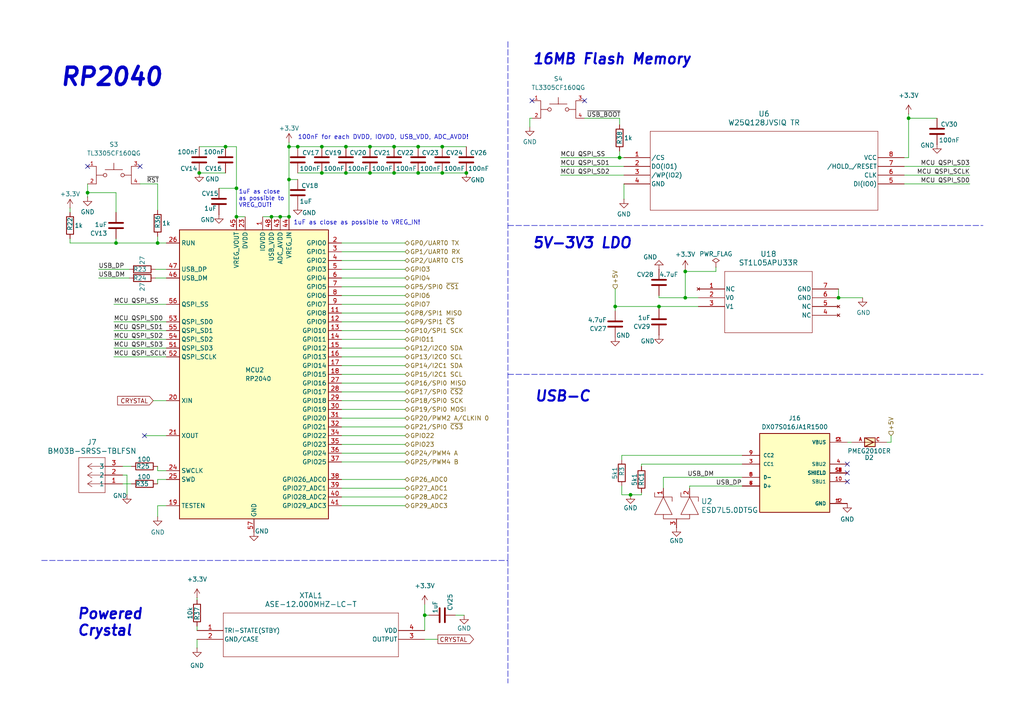
<source format=kicad_sch>
(kicad_sch (version 20231120) (generator "eeschema") (generator_version "8.0")
  (paper "A4")
  (title_block (title "RP2040 Standard") (company "Porto Space Team") (comment 1 "Miguel Amorim"))
  (lib_symbols
    (symbol "16MB Flash Memory:W25Q128JVSIQ_TR" (pin_names (offset 0.254))
      (property "Reference" "U" (at 40.64 12.7 0))
      (property "Value" "W25Q128JVSIQ TR" (at 40.64 10.16 0))
      (symbol "W25Q128JVSIQ_TR_0_1"
        (polyline (pts (xy 7.62 -15.24) (xy 73.66 -15.24)) (stroke (width 0.127)))
        (polyline (pts (xy 7.62 7.62) (xy 7.62 -15.24)) (stroke (width 0.127)))
        (polyline (pts (xy 73.66 -15.24) (xy 73.66 7.62)) (stroke (width 0.127)))
        (polyline (pts (xy 73.66 7.62) (xy 7.62 7.62)) (stroke (width 0.127)))
        (pin input line (at 0 0 0) (length 7.62) (name "/CS") (number "1"))
        (pin bidirectional line (at 0 -2.54 0) (length 7.62) (name "DO(IO1)") (number "2"))
        (pin bidirectional line (at 0 -5.08 0) (length 7.62) (name "/WP(IO2)") (number "3"))
        (pin passive line (at 0 -7.62 0) (length 7.62) (name "GND") (number "4"))
        (pin bidirectional line (at 81.28 -7.62 180) (length 7.62) (name "DI(IO0)") (number "5"))
        (pin input line (at 81.28 -5.08 180) (length 7.62) (name "CLK") (number "6"))
        (pin bidirectional line (at 81.28 -2.54 180) (length 7.62) (name "/HOLD_/RESET") (number "7"))
        (pin passive line (at 81.28 0 180) (length 7.62) (name "VCC") (number "8"))
      )
    )
    (symbol "DX07S016JA1R1500:DX07S016JA1R1500" (pin_names (offset 1.016))
      (property "Reference" "J" (at -10.16 11.43 0))
      (property "Value" "DX07S016JA1R1500" (at -10.16 -13.97 0))
      (symbol "DX07S016JA1R1500_0_0"
        (rectangle (start -10.16 10.16) (end 10.16 -12.7) (stroke (width 0.254)) (fill (type background)))
        (pin power_in line (at 15.24 -10.16 180) (length 5.08) (name "GND") (number "1"))
        (pin passive line (at 15.24 -3.81 180) (length 5.08) (name "SBU1") (number "10"))
        (pin passive line (at 15.24 7.62 180) (length 5.08) (name "VBUS") (number "11"))
        (pin power_in line (at 15.24 -10.16 180) (length 5.08) (name "GND") (number "12"))
        (pin passive line (at 15.24 7.62 180) (length 5.08) (name "VBUS") (number "2"))
        (pin passive line (at -15.24 1.27 0) (length 5.08) (name "CC1") (number "3"))
        (pin passive line (at 15.24 1.27 180) (length 5.08) (name "SBU2") (number "4"))
        (pin passive line (at -15.24 -2.54 0) (length 5.08) (name "D-") (number "5"))
        (pin passive line (at -15.24 -5.08 0) (length 5.08) (name "D+") (number "6"))
        (pin passive line (at -15.24 -5.08 0) (length 5.08) (name "D+") (number "7"))
        (pin passive line (at -15.24 -2.54 0) (length 5.08) (name "D-") (number "8"))
        (pin passive line (at -15.24 3.81 0) (length 5.08) (name "CC2") (number "9"))
        (pin passive line (at 15.24 -1.27 180) (length 5.08) (name "SHIELD") (number "S1"))
        (pin passive line (at 15.24 -1.27 180) (length 5.08) (name "SHIELD") (number "S2"))
        (pin passive line (at 15.24 -1.27 180) (length 5.08) (name "SHIELD") (number "S3"))
        (pin passive line (at 15.24 -1.27 180) (length 5.08) (name "SHIELD") (number "S4"))
        (pin passive line (at 15.24 -1.27 180) (length 5.08) (name "SHIELD") (number "S5"))
        (pin passive line (at 15.24 -1.27 180) (length 5.08) (name "SHIELD") (number "S6"))
      )
    )
    (symbol "Device:C" (pin_numbers hide) (pin_names (offset 0.254))
      (property "Reference" "C" (at 0.635 2.54 0))
      (property "Value" "C" (at 0.635 -2.54 0))
      (symbol "C_0_1"
        (polyline (pts (xy -2.032 -0.762) (xy 2.032 -0.762)) (stroke (width 0.508)))
        (polyline (pts (xy -2.032 0.762) (xy 2.032 0.762)) (stroke (width 0.508)))
      )
      (symbol "C_1_1"
        (pin passive line (at 0 3.81 270) (length 2.794) (name "~") (number "1"))
        (pin passive line (at 0 -3.81 90) (length 2.794) (name "~") (number "2"))
      )
    )
    (symbol "Device:R" (pin_numbers hide) (pin_names (offset 0))
      (property "Reference" "R" (at 2.032 0 90))
      (property "Value" "R" (at 0 0 90))
      (symbol "R_0_1"
        (rectangle (start -1.016 -2.54) (end 1.016 2.54) (stroke (width 0.254)))
      )
      (symbol "R_1_1"
        (pin passive line (at 0 3.81 270) (length 1.27) (name "~") (number "1"))
        (pin passive line (at 0 -3.81 90) (length 1.27) (name "~") (number "2"))
      )
    )
    (symbol "ESD Diodes:ESD7L5.0DT5G" (pin_names (offset 0.254))
      (property "Reference" "U" (at 6.35 15.24 0))
      (property "Value" "ESD7L5.0DT5G" (at 6.35 12.7 0))
      (symbol "ESD7L5.0DT5G_1_1"
        (polyline (pts (xy 2.54 8.89) (xy 0 8.89) (xy 0 10.16)))
        (polyline (pts (xy 2.54 8.89) (xy 5.08 8.89) (xy 5.08 7.62)))
        (polyline (pts (xy 10.16 8.89) (xy 7.62 8.89) (xy 7.62 10.16)))
        (polyline (pts (xy 10.16 8.89) (xy 12.7 8.89) (xy 12.7 7.62)))
        (polyline (pts (xy 2.54 3.81) (xy 2.54 2.54) (xy 10.16 2.54) (xy 10.16 3.81)))
        (polyline (pts (xy 5.08 3.81) (xy 0 3.81) (xy 2.54 8.89) (xy 5.08 3.81)))
        (polyline (pts (xy 12.7 3.81) (xy 7.62 3.81) (xy 10.16 8.89) (xy 12.7 3.81)))
        (pin passive line (at 2.54 11.43 270) (length 2.54) (name "") (number "1"))
        (pin passive line (at 10.16 11.43 270) (length 2.54) (name "") (number "2"))
        (pin passive line (at 6.35 0 90) (length 2.54) (name "") (number "3"))
      )
    )
    (symbol "LDO 5V 3V3:ST1L05APU33R" (pin_names (offset 0.254))
      (property "Reference" "U" (at 20.32 10.16 0))
      (property "Value" "ST1L05APU33R" (at 20.32 7.62 0))
      (symbol "ST1L05APU33R_0_1"
        (polyline (pts (xy 7.62 -12.7) (xy 33.02 -12.7)) (stroke (width 0.127)))
        (polyline (pts (xy 7.62 5.08) (xy 7.62 -12.7)) (stroke (width 0.127)))
        (polyline (pts (xy 33.02 -12.7) (xy 33.02 5.08)) (stroke (width 0.127)))
        (polyline (pts (xy 33.02 5.08) (xy 7.62 5.08)) (stroke (width 0.127)))
        (pin no_connect line (at 0 0 0) (length 7.62) (name "NC") (number "1"))
        (pin passive line (at 0 -2.54 0) (length 7.62) (name "V0") (number "2"))
        (pin passive line (at 0 -5.08 0) (length 7.62) (name "V1") (number "3"))
        (pin no_connect line (at 40.64 -7.62 180) (length 7.62) (name "NC") (number "4"))
        (pin no_connect line (at 40.64 -5.08 180) (length 7.62) (name "NC") (number "5"))
        (pin passive line (at 40.64 -2.54 180) (length 7.62) (name "GND") (number "6"))
        (pin passive line (at 40.64 0 180) (length 7.62) (name "GND") (number "7"))
      )
    )
    (symbol "MCU_RaspberryPi:RP2040"
      (property "Reference" "U" (at 17.78 45.72 0))
      (property "Value" "RP2040" (at 17.78 43.18 0))
      (symbol "RP2040_0_1"
        (rectangle (start -21.59 41.91) (end 21.59 -41.91) (stroke (width 0.254)) (fill (type background)))
      )
      (symbol "RP2040_1_1"
        (pin power_in line (at 2.54 45.72 270) (length 3.81) (name "IOVDD") (number "1"))
        (pin passive line (at 2.54 45.72 270) (length 3.81) hide (name "IOVDD") (number "10"))
        (pin bidirectional line (at 25.4 17.78 180) (length 3.81) (name "GPIO8") (number "11"))
        (pin bidirectional line (at 25.4 15.24 180) (length 3.81) (name "GPIO9") (number "12"))
        (pin bidirectional line (at 25.4 12.7 180) (length 3.81) (name "GPIO10") (number "13"))
        (pin bidirectional line (at 25.4 10.16 180) (length 3.81) (name "GPIO11") (number "14"))
        (pin bidirectional line (at 25.4 7.62 180) (length 3.81) (name "GPIO12") (number "15"))
        (pin bidirectional line (at 25.4 5.08 180) (length 3.81) (name "GPIO13") (number "16"))
        (pin bidirectional line (at 25.4 2.54 180) (length 3.81) (name "GPIO14") (number "17"))
        (pin bidirectional line (at 25.4 0 180) (length 3.81) (name "GPIO15") (number "18"))
        (pin input line (at -25.4 -38.1 0) (length 3.81) (name "TESTEN") (number "19"))
        (pin bidirectional line (at 25.4 38.1 180) (length 3.81) (name "GPIO0") (number "2"))
        (pin input line (at -25.4 -7.62 0) (length 3.81) (name "XIN") (number "20"))
        (pin passive line (at -25.4 -17.78 0) (length 3.81) (name "XOUT") (number "21"))
        (pin passive line (at 2.54 45.72 270) (length 3.81) hide (name "IOVDD") (number "22"))
        (pin power_in line (at -2.54 45.72 270) (length 3.81) (name "DVDD") (number "23"))
        (pin input line (at -25.4 -27.94 0) (length 3.81) (name "SWCLK") (number "24"))
        (pin bidirectional line (at -25.4 -30.48 0) (length 3.81) (name "SWD") (number "25"))
        (pin input line (at -25.4 38.1 0) (length 3.81) (name "RUN") (number "26"))
        (pin bidirectional line (at 25.4 -2.54 180) (length 3.81) (name "GPIO16") (number "27"))
        (pin bidirectional line (at 25.4 -5.08 180) (length 3.81) (name "GPIO17") (number "28"))
        (pin bidirectional line (at 25.4 -7.62 180) (length 3.81) (name "GPIO18") (number "29"))
        (pin bidirectional line (at 25.4 35.56 180) (length 3.81) (name "GPIO1") (number "3"))
        (pin bidirectional line (at 25.4 -10.16 180) (length 3.81) (name "GPIO19") (number "30"))
        (pin bidirectional line (at 25.4 -12.7 180) (length 3.81) (name "GPIO20") (number "31"))
        (pin bidirectional line (at 25.4 -15.24 180) (length 3.81) (name "GPIO21") (number "32"))
        (pin passive line (at 2.54 45.72 270) (length 3.81) hide (name "IOVDD") (number "33"))
        (pin bidirectional line (at 25.4 -17.78 180) (length 3.81) (name "GPIO22") (number "34"))
        (pin bidirectional line (at 25.4 -20.32 180) (length 3.81) (name "GPIO23") (number "35"))
        (pin bidirectional line (at 25.4 -22.86 180) (length 3.81) (name "GPIO24") (number "36"))
        (pin bidirectional line (at 25.4 -25.4 180) (length 3.81) (name "GPIO25") (number "37"))
        (pin bidirectional line (at 25.4 -30.48 180) (length 3.81) (name "GPIO26_ADC0") (number "38"))
        (pin bidirectional line (at 25.4 -33.02 180) (length 3.81) (name "GPIO27_ADC1") (number "39"))
        (pin bidirectional line (at 25.4 33.02 180) (length 3.81) (name "GPIO2") (number "4"))
        (pin bidirectional line (at 25.4 -35.56 180) (length 3.81) (name "GPIO28_ADC2") (number "40"))
        (pin bidirectional line (at 25.4 -38.1 180) (length 3.81) (name "GPIO29_ADC3") (number "41"))
        (pin passive line (at 2.54 45.72 270) (length 3.81) hide (name "IOVDD") (number "42"))
        (pin power_in line (at 7.62 45.72 270) (length 3.81) (name "ADC_AVDD") (number "43"))
        (pin power_in line (at 10.16 45.72 270) (length 3.81) (name "VREG_IN") (number "44"))
        (pin power_out line (at -5.08 45.72 270) (length 3.81) (name "VREG_VOUT") (number "45"))
        (pin bidirectional line (at -25.4 27.94 0) (length 3.81) (name "USB_DM") (number "46"))
        (pin bidirectional line (at -25.4 30.48 0) (length 3.81) (name "USB_DP") (number "47"))
        (pin power_in line (at 5.08 45.72 270) (length 3.81) (name "USB_VDD") (number "48"))
        (pin passive line (at 2.54 45.72 270) (length 3.81) hide (name "IOVDD") (number "49"))
        (pin bidirectional line (at 25.4 30.48 180) (length 3.81) (name "GPIO3") (number "5"))
        (pin passive line (at -2.54 45.72 270) (length 3.81) hide (name "DVDD") (number "50"))
        (pin bidirectional line (at -25.4 7.62 0) (length 3.81) (name "QSPI_SD3") (number "51"))
        (pin output line (at -25.4 5.08 0) (length 3.81) (name "QSPI_SCLK") (number "52"))
        (pin bidirectional line (at -25.4 15.24 0) (length 3.81) (name "QSPI_SD0") (number "53"))
        (pin bidirectional line (at -25.4 10.16 0) (length 3.81) (name "QSPI_SD2") (number "54"))
        (pin bidirectional line (at -25.4 12.7 0) (length 3.81) (name "QSPI_SD1") (number "55"))
        (pin bidirectional line (at -25.4 20.32 0) (length 3.81) (name "QSPI_SS") (number "56"))
        (pin power_in line (at 0 -45.72 90) (length 3.81) (name "GND") (number "57"))
        (pin bidirectional line (at 25.4 27.94 180) (length 3.81) (name "GPIO4") (number "6"))
        (pin bidirectional line (at 25.4 25.4 180) (length 3.81) (name "GPIO5") (number "7"))
        (pin bidirectional line (at 25.4 22.86 180) (length 3.81) (name "GPIO6") (number "8"))
        (pin bidirectional line (at 25.4 20.32 180) (length 3.81) (name "GPIO7") (number "9"))
      )
    )
    (symbol "Powered Crystal:ASE-12.000MHZ-LC-T" (pin_names (offset 0.254))
      (property "Reference" "XTAL" (at 33.02 10.16 0))
      (property "Value" "ASE-12.000MHZ-LC-T" (at 33.02 7.62 0))
      (symbol "ASE-12.000MHZ-LC-T_0_1"
        (polyline (pts (xy 7.62 -7.62) (xy 58.42 -7.62)) (stroke (width 0.127)))
        (polyline (pts (xy 7.62 5.08) (xy 7.62 -7.62)) (stroke (width 0.127)))
        (polyline (pts (xy 58.42 -7.62) (xy 58.42 5.08)) (stroke (width 0.127)))
        (polyline (pts (xy 58.42 5.08) (xy 7.62 5.08)) (stroke (width 0.127)))
        (pin passive line (at 0 0 0) (length 7.62) (name "TRI-STATE(STBY)") (number "1"))
        (pin passive line (at 0 -2.54 0) (length 7.62) (name "GND/CASE") (number "2"))
        (pin output line (at 66.04 -2.54 180) (length 7.62) (name "OUTPUT") (number "3"))
        (pin power_in line (at 66.04 0 180) (length 7.62) (name "VDD") (number "4"))
      )
    )
    (symbol "SWD Connector:BM03B-SRSS-TBLFSN" (pin_names (offset 0.254))
      (property "Reference" "J" (at 8.89 6.35 0))
      (property "Value" "BM03B-SRSS-TBLFSN" (at 0 0 0))
      (symbol "BM03B-SRSS-TBLFSN_1_1"
        (polyline (pts (xy 5.08 -7.62) (xy 12.7 -7.62)) (stroke (width 0.127)))
        (polyline (pts (xy 5.08 2.54) (xy 5.08 -7.62)) (stroke (width 0.127)))
        (polyline (pts (xy 10.16 -5.08) (xy 5.08 -5.08)) (stroke (width 0.127)))
        (polyline (pts (xy 10.16 -5.08) (xy 8.89 -5.9267)) (stroke (width 0.127)))
        (polyline (pts (xy 10.16 -5.08) (xy 8.89 -4.2333)) (stroke (width 0.127)))
        (polyline (pts (xy 10.16 -2.54) (xy 5.08 -2.54)) (stroke (width 0.127)))
        (polyline (pts (xy 10.16 -2.54) (xy 8.89 -3.3867)) (stroke (width 0.127)))
        (polyline (pts (xy 10.16 -2.54) (xy 8.89 -1.6933)) (stroke (width 0.127)))
        (polyline (pts (xy 10.16 0) (xy 5.08 0)) (stroke (width 0.127)))
        (polyline (pts (xy 10.16 0) (xy 8.89 -0.8467)) (stroke (width 0.127)))
        (polyline (pts (xy 10.16 0) (xy 8.89 0.8467)) (stroke (width 0.127)))
        (polyline (pts (xy 12.7 -7.62) (xy 12.7 2.54)) (stroke (width 0.127)))
        (polyline (pts (xy 12.7 2.54) (xy 5.08 2.54)) (stroke (width 0.127)))
        (pin passive line (at 0 0 0) (length 5.08) (name "1") (number "1"))
        (pin passive line (at 0 -2.54 0) (length 5.08) (name "2") (number "2"))
        (pin passive line (at 0 -5.08 0) (length 5.08) (name "3") (number "3"))
      )
      (symbol "BM03B-SRSS-TBLFSN_1_2"
        (polyline (pts (xy 5.08 -7.62) (xy 12.7 -7.62)) (stroke (width 0.127)))
        (polyline (pts (xy 5.08 2.54) (xy 5.08 -7.62)) (stroke (width 0.127)))
        (polyline (pts (xy 7.62 -5.08) (xy 5.08 -5.08)) (stroke (width 0.127)))
        (polyline (pts (xy 7.62 -5.08) (xy 8.89 -5.9267)) (stroke (width 0.127)))
        (polyline (pts (xy 7.62 -5.08) (xy 8.89 -4.2333)) (stroke (width 0.127)))
        (polyline (pts (xy 7.62 -2.54) (xy 5.08 -2.54)) (stroke (width 0.127)))
        (polyline (pts (xy 7.62 -2.54) (xy 8.89 -3.3867)) (stroke (width 0.127)))
        (polyline (pts (xy 7.62 -2.54) (xy 8.89 -1.6933)) (stroke (width 0.127)))
        (polyline (pts (xy 7.62 0) (xy 5.08 0)) (stroke (width 0.127)))
        (polyline (pts (xy 7.62 0) (xy 8.89 -0.8467)) (stroke (width 0.127)))
        (polyline (pts (xy 7.62 0) (xy 8.89 0.8467)) (stroke (width 0.127)))
        (polyline (pts (xy 12.7 -7.62) (xy 12.7 2.54)) (stroke (width 0.127)))
        (polyline (pts (xy 12.7 2.54) (xy 5.08 2.54)) (stroke (width 0.127)))
        (pin passive line (at 0 0 0) (length 5.08) (name "1") (number "1"))
        (pin passive line (at 0 -2.54 0) (length 5.08) (name "2") (number "2"))
        (pin passive line (at 0 -5.08 0) (length 5.08) (name "3") (number "3"))
      )
    )
    (symbol "Schottky Diode:PMEG2010ER" (pin_names (offset 1.016))
      (property "Reference" "D" (at -3.8116 1.7534 0))
      (property "Value" "PMEG2010ER" (at -3.816 -3.5871 0))
      (symbol "PMEG2010ER_0_0"
        (rectangle (start -1.3123 -1.27) (end 1.7357 1.27) (stroke (width 0.254)) (fill (type background)))
        (polyline (pts (xy -1.27 -1.27) (xy 1.27 0)) (stroke (width 0.254)))
        (polyline (pts (xy 1.27 0) (xy -1.27 1.27)) (stroke (width 0.254)))
        (pin passive line (at -5.08 0 0) (length 5.08) (name "~") (number "A"))
        (pin passive line (at 5.08 0 180) (length 5.08) (name "~") (number "C"))
      )
    )
    (symbol "TL3305CF160QG:TL3305CF160QG" (pin_names (offset 1.016))
      (property "Reference" "S" (at -5.08 5.08 0))
      (property "Value" "TL3305CF160QG" (at -5.08 -5.08 0))
      (symbol "TL3305CF160QG_0_0"
        (circle (center -2.54 0) (radius 0.508) (stroke (width 0.1524)))
        (polyline (pts (xy -5.08 0) (xy -3.048 0)) (stroke (width 0.1524)))
        (polyline (pts (xy -5.08 2.54) (xy -5.08 -2.54)) (stroke (width 0.1524)))
        (polyline (pts (xy -2.54 1.5875) (xy 0 1.5875)) (stroke (width 0.1524)))
        (polyline (pts (xy 0 1.5875) (xy 0 3.4925)) (stroke (width 0.1524)))
        (polyline (pts (xy 0 1.5875) (xy 2.54 1.5875)) (stroke (width 0.1524)))
        (polyline (pts (xy 5.08 0) (xy 3.048 0)) (stroke (width 0.1524)))
        (polyline (pts (xy 5.08 2.54) (xy 5.08 -2.54)) (stroke (width 0.1524)))
        (circle (center 2.54 0) (radius 0.508) (stroke (width 0.1524)))
        (pin passive line (at -7.62 2.54 0) (length 2.54) (name "~") (number "1"))
        (pin passive line (at -7.62 -2.54 0) (length 2.54) (name "~") (number "2"))
        (pin passive line (at 7.62 2.54 180) (length 2.54) (name "~") (number "3"))
        (pin passive line (at 7.62 -2.54 180) (length 2.54) (name "~") (number "4"))
      )
    )
    (symbol "power:+3.3V" (power) (pin_numbers hide) (pin_names (offset 0) hide)
      (property "Value" "+3.3V" (at 0 3.556 0))
      (symbol "+3.3V_0_1"
        (polyline (pts (xy -0.762 1.27) (xy 0 2.54)))
        (polyline (pts (xy 0 0) (xy 0 2.54)))
        (polyline (pts (xy 0 2.54) (xy 0.762 1.27)))
      )
      (symbol "+3.3V_1_1"
        (pin power_in line (at 0 0 90) (length 0) (name "~") (number "1"))
      )
    )
    (symbol "power:GND" (power) (pin_numbers hide) (pin_names (offset 0) hide)
      (property "Value" "GND" (at 0 -3.81 0))
      (symbol "GND_0_1"
        (polyline (pts (xy 0 0) (xy 0 -1.27) (xy 1.27 -1.27) (xy 0 -2.54) (xy -1.27 -1.27) (xy 0 -1.27)))
      )
      (symbol "GND_1_1"
        (pin power_in line (at 0 0 270) (length 0) (name "~") (number "1"))
      )
    )
    (symbol "power:PWR_FLAG" (power) (pin_numbers hide) (pin_names (offset 0) hide)
      (property "Value" "PWR_FLAG" (at 0 3.81 0))
      (symbol "PWR_FLAG_0_0"
        (pin power_out line (at 0 0 90) (length 0) (name "~") (number "1"))
      )
      (symbol "PWR_FLAG_0_1"
        (polyline (pts (xy 0 0) (xy 0 1.27) (xy -1.016 1.905) (xy 0 2.54) (xy 1.016 1.905) (xy 0 1.27)))
      )
    )
  )
  (junction (at 45.72 70.485))
  (junction (at 178.435 88.9))
  (junction (at 182.88 143.51))
  (junction (at 135.255 50.165))
  (junction (at 123.19 178.435))
  (junction (at 198.755 86.36))
  (junction (at 33.655 70.485))
  (junction (at 83.82 52.07))
  (junction (at 100.33 50.165))
  (junction (at 107.315 50.165))
  (junction (at 179.705 45.72))
  (junction (at 68.58 62.865))
  (junction (at 93.345 42.545))
  (junction (at 25.4 55.88))
  (junction (at 100.33 42.545))
  (junction (at 57.785 50.165))
  (junction (at 78.74 62.865))
  (junction (at 128.27 42.545))
  (junction (at 83.82 62.865))
  (junction (at 121.285 50.165))
  (junction (at 191.135 88.9))
  (junction (at 121.285 42.545))
  (junction (at 263.525 34.29))
  (junction (at 65.405 42.545))
  (junction (at 114.3 42.545))
  (junction (at 114.3 50.165))
  (junction (at 86.36 42.545))
  (junction (at 128.27 50.165))
  (junction (at 83.82 42.545))
  (junction (at 68.58 54.61))
  (junction (at 107.315 42.545))
  (junction (at 81.28 62.865))
  (junction (at 243.205 86.36))
  (junction (at 93.345 50.165))
  (junction (at 198.755 78.74))
  (no_connect (at 154.305 29.21))
  (no_connect (at 245.745 139.7))
  (no_connect (at 25.4 48.26))
  (no_connect (at 41.91 126.365))
  (no_connect (at 169.545 29.21))
  (no_connect (at 40.64 48.26))
  (no_connect (at 245.745 134.62))
  (no_connect (at 245.745 137.16))
  (wire (pts (xy 99.06 123.825) (xy 117.475 123.825)))
  (wire (pts (xy 99.06 78.105) (xy 117.475 78.105)))
  (wire (pts (xy 178.435 88.9) (xy 178.435 90.17)))
  (wire (pts (xy 99.06 139.065) (xy 117.475 139.065)))
  (wire (pts (xy 33.02 103.505) (xy 48.26 103.505)))
  (wire (pts (xy 83.82 41.275) (xy 83.82 42.545)))
  (wire (pts (xy 68.58 62.865) (xy 71.12 62.865)))
  (wire (pts (xy 198.755 78.105) (xy 198.755 78.74)))
  (wire (pts (xy 182.88 143.51) (xy 180.34 143.51)))
  (wire (pts (xy 121.285 42.545) (xy 114.3 42.545)))
  (wire (pts (xy 114.3 42.545) (xy 107.315 42.545)))
  (wire (pts (xy 57.785 50.165) (xy 65.405 50.165)))
  (wire (pts (xy 99.06 116.205) (xy 117.475 116.205)))
  (wire (pts (xy 83.82 42.545) (xy 83.82 52.07)))
  (wire (pts (xy 45.72 149.86) (xy 45.72 146.685)))
  (wire (pts (xy 68.58 54.61) (xy 68.58 62.865)))
  (wire (pts (xy 86.36 42.545) (xy 83.82 42.545)))
  (wire (pts (xy 123.19 178.435) (xy 124.46 178.435)))
  (wire (pts (xy 35.56 140.335) (xy 38.1 140.335)))
  (wire (pts (xy 25.4 55.88) (xy 25.4 57.15)))
  (wire (pts (xy 25.4 53.34) (xy 25.4 55.88)))
  (wire (pts (xy 35.56 137.795) (xy 36.83 137.795)))
  (wire (pts (xy 99.06 103.505) (xy 117.475 103.505)))
  (polyline (pts (xy 12.065 162.56) (xy 147.32 162.56)) (stroke (width 0) (type dash)))
  (wire (pts (xy 200.025 140.97) (xy 215.265 140.97)))
  (wire (pts (xy 191.135 86.36) (xy 198.755 86.36)))
  (wire (pts (xy 191.135 89.535) (xy 191.135 88.9)))
  (wire (pts (xy 57.785 42.545) (xy 65.405 42.545)))
  (wire (pts (xy 179.705 45.72) (xy 180.975 45.72)))
  (wire (pts (xy 132.08 178.435) (xy 134.62 178.435)))
  (wire (pts (xy 57.15 173.355) (xy 57.15 173.99)))
  (wire (pts (xy 93.345 50.165) (xy 100.33 50.165)))
  (wire (pts (xy 45.72 140.335) (xy 45.72 139.065)))
  (wire (pts (xy 178.435 88.9) (xy 191.135 88.9)))
  (wire (pts (xy 99.06 121.285) (xy 117.475 121.285)))
  (wire (pts (xy 99.06 88.265) (xy 117.475 88.265)))
  (wire (pts (xy 99.06 126.365) (xy 117.475 126.365)))
  (wire (pts (xy 128.27 50.165) (xy 135.255 50.165)))
  (wire (pts (xy 33.655 55.88) (xy 25.4 55.88)))
  (wire (pts (xy 180.34 132.08) (xy 215.265 132.08)))
  (wire (pts (xy 99.06 75.565) (xy 117.475 75.565)))
  (wire (pts (xy 45.72 70.485) (xy 48.26 70.485)))
  (wire (pts (xy 99.06 108.585) (xy 117.475 108.585)))
  (wire (pts (xy 33.02 100.965) (xy 48.26 100.965)))
  (wire (pts (xy 128.27 42.545) (xy 135.255 42.545)))
  (wire (pts (xy 99.06 118.745) (xy 117.475 118.745)))
  (wire (pts (xy 45.72 139.065) (xy 48.26 139.065)))
  (wire (pts (xy 99.06 100.965) (xy 117.475 100.965)))
  (wire (pts (xy 81.28 62.865) (xy 83.82 62.865)))
  (wire (pts (xy 245.745 128.27) (xy 247.015 128.27)))
  (wire (pts (xy 76.2 62.865) (xy 78.74 62.865)))
  (wire (pts (xy 99.06 90.805) (xy 117.475 90.805)))
  (wire (pts (xy 192.405 138.43) (xy 215.265 138.43)))
  (wire (pts (xy 153.67 34.29) (xy 153.67 36.83)))
  (wire (pts (xy 207.645 78.74) (xy 207.645 77.47)))
  (wire (pts (xy 45.72 136.525) (xy 45.72 135.255)))
  (polyline (pts (xy 147.32 12.065) (xy 147.32 162.56)) (stroke (width 0) (type dash)))
  (wire (pts (xy 99.06 93.345) (xy 117.475 93.345)))
  (wire (pts (xy 83.82 52.07) (xy 83.82 62.865)))
  (wire (pts (xy 107.315 50.165) (xy 114.3 50.165)))
  (wire (pts (xy 45.72 68.58) (xy 45.72 70.485)))
  (wire (pts (xy 198.755 86.36) (xy 202.565 86.36)))
  (polyline (pts (xy 147.32 108.585) (xy 285.115 108.585)) (stroke (width 0) (type dash)))
  (polyline (pts (xy 147.32 162.56) (xy 147.32 198.12)) (stroke (width 0) (type dash)))
  (wire (pts (xy 99.06 98.425) (xy 117.475 98.425)))
  (wire (pts (xy 99.06 146.685) (xy 117.475 146.685)))
  (wire (pts (xy 45.085 80.645) (xy 48.26 80.645)))
  (wire (pts (xy 179.705 36.195) (xy 179.705 34.29)))
  (wire (pts (xy 78.74 62.865) (xy 81.28 62.865)))
  (wire (pts (xy 162.56 45.72) (xy 179.705 45.72)))
  (wire (pts (xy 99.06 113.665) (xy 117.475 113.665)))
  (wire (pts (xy 20.32 60.325) (xy 20.32 61.595)))
  (wire (pts (xy 200.025 140.97) (xy 200.025 141.605)))
  (wire (pts (xy 35.56 135.255) (xy 38.1 135.255)))
  (wire (pts (xy 33.655 70.485) (xy 33.655 69.215)))
  (wire (pts (xy 186.055 143.51) (xy 182.88 143.51)))
  (wire (pts (xy 180.34 133.35) (xy 180.34 132.08)))
  (wire (pts (xy 179.705 34.29) (xy 169.545 34.29)))
  (wire (pts (xy 186.055 143.51) (xy 186.055 142.875)))
  (wire (pts (xy 262.255 50.8) (xy 281.305 50.8)))
  (wire (pts (xy 44.45 116.205) (xy 48.26 116.205)))
  (wire (pts (xy 262.255 53.34) (xy 281.305 53.34)))
  (wire (pts (xy 40.64 53.34) (xy 45.72 53.34)))
  (wire (pts (xy 28.575 80.645) (xy 37.465 80.645)))
  (wire (pts (xy 99.06 133.985) (xy 117.475 133.985)))
  (wire (pts (xy 33.655 70.485) (xy 20.32 70.485)))
  (wire (pts (xy 93.345 42.545) (xy 86.36 42.545)))
  (wire (pts (xy 63.5 54.61) (xy 68.58 54.61)))
  (wire (pts (xy 99.06 73.025) (xy 117.475 73.025)))
  (wire (pts (xy 99.06 85.725) (xy 117.475 85.725)))
  (wire (pts (xy 33.02 93.345) (xy 48.26 93.345)))
  (wire (pts (xy 180.975 53.34) (xy 180.975 57.785)))
  (wire (pts (xy 262.255 45.72) (xy 263.525 45.72)))
  (wire (pts (xy 36.83 137.795) (xy 36.83 143.51)))
  (wire (pts (xy 215.265 134.62) (xy 186.055 134.62)))
  (wire (pts (xy 263.525 45.72) (xy 263.525 34.29)))
  (wire (pts (xy 243.205 86.36) (xy 250.19 86.36)))
  (wire (pts (xy 128.27 42.545) (xy 121.285 42.545)))
  (wire (pts (xy 99.06 70.485) (xy 117.475 70.485)))
  (wire (pts (xy 33.655 70.485) (xy 45.72 70.485)))
  (wire (pts (xy 33.655 55.88) (xy 33.655 61.595)))
  (wire (pts (xy 180.34 143.51) (xy 180.34 140.97)))
  (wire (pts (xy 33.02 98.425) (xy 48.26 98.425)))
  (wire (pts (xy 99.06 131.445) (xy 117.475 131.445)))
  (wire (pts (xy 123.19 185.42) (xy 127 185.42)))
  (wire (pts (xy 258.445 126.365) (xy 258.445 128.27)))
  (wire (pts (xy 68.58 54.61) (xy 68.58 42.545)))
  (wire (pts (xy 86.36 50.165) (xy 93.345 50.165)))
  (wire (pts (xy 198.755 78.74) (xy 207.645 78.74)))
  (wire (pts (xy 68.58 42.545) (xy 65.405 42.545)))
  (wire (pts (xy 186.055 134.62) (xy 186.055 135.255)))
  (wire (pts (xy 191.135 85.725) (xy 191.135 86.36)))
  (polyline (pts (xy 147.32 65.405) (xy 285.115 65.405)) (stroke (width 0) (type dash)))
  (wire (pts (xy 99.06 106.045) (xy 117.475 106.045)))
  (wire (pts (xy 45.085 78.105) (xy 48.26 78.105)))
  (wire (pts (xy 263.525 34.29) (xy 263.525 33.02)))
  (wire (pts (xy 121.285 50.165) (xy 128.27 50.165)))
  (wire (pts (xy 178.435 83.82) (xy 178.435 88.9)))
  (wire (pts (xy 41.91 126.365) (xy 48.26 126.365)))
  (wire (pts (xy 20.32 70.485) (xy 20.32 69.215)))
  (wire (pts (xy 180.975 50.8) (xy 162.56 50.8)))
  (wire (pts (xy 99.06 128.905) (xy 117.475 128.905)))
  (wire (pts (xy 198.755 78.74) (xy 198.755 86.36)))
  (wire (pts (xy 33.02 88.265) (xy 48.26 88.265)))
  (wire (pts (xy 45.72 136.525) (xy 48.26 136.525)))
  (wire (pts (xy 28.575 78.105) (xy 37.465 78.105)))
  (wire (pts (xy 123.19 175.26) (xy 123.19 178.435)))
  (wire (pts (xy 99.06 83.185) (xy 117.475 83.185)))
  (wire (pts (xy 83.82 52.07) (xy 86.36 52.07)))
  (wire (pts (xy 99.06 141.605) (xy 117.475 141.605)))
  (wire (pts (xy 180.975 48.26) (xy 162.56 48.26)))
  (wire (pts (xy 33.02 95.885) (xy 48.26 95.885)))
  (wire (pts (xy 57.15 181.61) (xy 57.15 182.88)))
  (wire (pts (xy 179.705 43.815) (xy 179.705 45.72)))
  (wire (pts (xy 191.135 88.9) (xy 202.565 88.9)))
  (wire (pts (xy 99.06 95.885) (xy 117.475 95.885)))
  (wire (pts (xy 99.06 144.145) (xy 117.475 144.145)))
  (wire (pts (xy 123.19 178.435) (xy 123.19 182.88)))
  (wire (pts (xy 258.445 128.27) (xy 257.175 128.27)))
  (wire (pts (xy 99.06 80.645) (xy 117.475 80.645)))
  (wire (pts (xy 107.315 42.545) (xy 100.33 42.545)))
  (wire (pts (xy 243.205 83.82) (xy 243.205 86.36)))
  (wire (pts (xy 99.06 111.125) (xy 117.475 111.125)))
  (wire (pts (xy 100.33 42.545) (xy 93.345 42.545)))
  (wire (pts (xy 45.72 146.685) (xy 48.26 146.685)))
  (wire (pts (xy 114.3 50.165) (xy 121.285 50.165)))
  (wire (pts (xy 45.72 53.34) (xy 45.72 60.96)))
  (wire (pts (xy 154.305 34.29) (xy 153.67 34.29)))
  (wire (pts (xy 263.525 34.29) (xy 271.78 34.29)))
  (wire (pts (xy 100.33 50.165) (xy 107.315 50.165)))
  (wire (pts (xy 262.255 48.26) (xy 281.305 48.26)))
  (wire (pts (xy 192.405 138.43) (xy 192.405 141.605)))
  (wire (pts (xy 57.15 185.42) (xy 57.15 187.96)))
  (text "5V-3V3 LDO" (at 154.305 72.39 0) (effects (font (size 3 3) (bold yes) (italic yes)) (justify left bottom)))
  (text "1uF as close \nas possible to \nVREG_OUT!" (at 69.215 60.325 0) (effects (font (size 1.2 1.2)) (justify left bottom)))
  (text "RP2040" (at 17.145 25.4 0) (effects (font (size 5 5) (thickness 1) (bold yes) (italic yes)) (justify left bottom)))
  (text "USB-C" (at 154.94 116.84 0) (effects (font (size 3 3) (bold yes) (italic yes)) (justify left bottom)))
  (text "1uF as close as possible to VREG_IN!" (at 85.09 65.405 0) (effects (font (size 1.27 1.27)) (justify left bottom)))
  (text "100nF for each DVDD, IOVDD, USB_VDD, ADC_AVDD!" (at 86.36 40.64 0) (effects (font (size 1.27 1.27)) (justify left bottom)))
  (text "Powered\nCrystal" (at 22.225 184.785 0) (effects (font (size 3 3) (bold yes) (italic yes)) (justify left bottom)))
  (text "16MB Flash Memory" (at 154.305 19.05 0) (effects (font (size 3 3) (bold yes) (italic yes)) (justify left bottom)))
  (label "USB_DM" (at 28.575 80.645 0))
  (label "MCU QSPI_SCLK" (at 33.02 103.505 0))
  (label "USB_DM" (at 199.39 138.43 0))
  (label "MCU QSPI_SD0" (at 281.305 53.34 180))
  (label "MCU QSPI_SD3" (at 33.02 100.965 0))
  (label "MCU QSPI_SS" (at 33.02 88.265 0))
  (label "MCU QSPI_SD2" (at 162.56 50.8 0))
  (label "MCU QSPI_SCLK" (at 281.305 50.8 180))
  (label "~{RST}" (at 42.545 53.34 0))
  (label "MCU QSPI_SD2" (at 33.02 98.425 0))
  (label "USB_DP" (at 207.645 140.97 0))
  (label "MCU QSPI_SD3" (at 281.305 48.26 180))
  (label "~{USB_BOOT}" (at 170.18 34.29 0))
  (label "MCU QSPI_SS" (at 162.56 45.72 0))
  (label "MCU QSPI_SD0" (at 33.02 93.345 0))
  (label "MCU QSPI_SD1" (at 162.56 48.26 0))
  (label "USB_DP" (at 28.575 78.105 0))
  (label "MCU QSPI_SD1" (at 33.02 95.885 0))
  (global_label "CRYSTAL" (shape input) (at 44.45 116.205 180) (property "Intersheetrefs" "${INTERSHEET_REFS}" (effects (hide yes))))
  (global_label "CRYSTAL" (shape output) (at 127 185.42 0) (property "Intersheetrefs" "${INTERSHEET_REFS}" (effects (hide yes))))
  (hierarchical_label "GP5{slash}SPI0 ~{CS1}" (shape bidirectional) (at 117.475 83.185 0))
  (hierarchical_label "GP2{slash}UART0 CTS" (shape bidirectional) (at 117.475 75.565 0))
  (hierarchical_label "GP24{slash}PWM4 A" (shape bidirectional) (at 117.475 131.445 0))
  (hierarchical_label "GP8{slash}SPI1 MISO" (shape bidirectional) (at 117.475 90.805 0))
  (hierarchical_label "+5V" (shape input) (at 178.435 83.82 90))
  (hierarchical_label "GP20{slash}PWM2 A{slash}CLKIN 0" (shape bidirectional) (at 117.475 121.285 0))
  (hierarchical_label "GP10{slash}SPI1 SCK" (shape bidirectional) (at 117.475 95.885 0))
  (hierarchical_label "GP27_ADC1" (shape bidirectional) (at 117.475 141.605 0))
  (hierarchical_label "GP14{slash}I2C1 SDA" (shape bidirectional) (at 117.475 106.045 0))
  (hierarchical_label "GPIO23" (shape bidirectional) (at 117.475 128.905 0))
  (hierarchical_label "GPIO3" (shape bidirectional) (at 117.475 78.105 0))
  (hierarchical_label "GPIO6" (shape bidirectional) (at 117.475 85.725 0))
  (hierarchical_label "GPIO11" (shape bidirectional) (at 117.475 98.425 0))
  (hierarchical_label "GP25{slash}PWM4 B" (shape bidirectional) (at 117.475 133.985 0))
  (hierarchical_label "GP9{slash}SPI1 ~{CS}" (shape bidirectional) (at 117.475 93.345 0))
  (hierarchical_label "GPIO22" (shape bidirectional) (at 117.475 126.365 0))
  (hierarchical_label "GP17{slash}SPI0 ~{CS2}" (shape bidirectional) (at 117.475 113.665 0))
  (hierarchical_label "GP1{slash}UART0 RX" (shape bidirectional) (at 117.475 73.025 0))
  (hierarchical_label "+5V" (shape input) (at 258.445 126.365 90))
  (hierarchical_label "GP0{slash}UART0 TX" (shape bidirectional) (at 117.475 70.485 0))
  (hierarchical_label "GP28_ADC2" (shape bidirectional) (at 117.475 144.145 0))
  (hierarchical_label "GP21{slash}SPI0 ~{CS3}" (shape bidirectional) (at 117.475 123.825 0))
  (hierarchical_label "GP16{slash}SPI0 MISO" (shape bidirectional) (at 117.475 111.125 0))
  (hierarchical_label "GP29_ADC3" (shape bidirectional) (at 117.475 146.685 0))
  (hierarchical_label "GPIO4" (shape bidirectional) (at 117.475 80.645 0))
  (hierarchical_label "GP15{slash}I2C1 SCL" (shape bidirectional) (at 117.475 108.585 0))
  (hierarchical_label "GP18{slash}SPI0 SCK" (shape bidirectional) (at 117.475 116.205 0))
  (hierarchical_label "GP26_ADC0" (shape bidirectional) (at 117.475 139.065 0))
  (hierarchical_label "GP13{slash}I2C0 SCL" (shape bidirectional) (at 117.475 103.505 0))
  (hierarchical_label "GP19{slash}SPI0 MOSI" (shape bidirectional) (at 117.475 118.745 0))
  (hierarchical_label "GPIO7" (shape bidirectional) (at 117.475 88.265 0))
  (hierarchical_label "GP12{slash}I2C0 SDA" (shape bidirectional) (at 117.475 100.965 0))
  (symbol (lib_id "Device:C") (at 128.27 46.355 0) (unit 1)
    (property "Reference" "CV24" (at 129.286 44.323 0) (effects (justify left)))
    (property "Value" "100nF" (at 128.778 48.895 0) (effects (justify left)))
    (property "Footprint" "CAP_GCM155_MUR:CAP_GCM155_MUR" (effects (hide yes)))
    (property "Description" "Unpolarized capacitor" (effects (hide yes)))
  )
  (symbol (lib_id "power:GND") (at 180.975 57.785 0) (unit 1)
    (property "Reference" "#PWR082" (effects (hide yes)))
    (property "Value" "GND" (at 180.975 62.103 0))
    (property "Description" "Power symbol creates a global label with name \"GND\" , ground" (effects (hide yes)))
  )
  (symbol (lib_id "power:GND") (at 45.72 149.86 0) (unit 1)
    (property "Reference" "#PWR040" (effects (hide yes)))
    (property "Value" "GND" (at 45.7454 154.3812 0))
    (property "Description" "Power symbol creates a global label with name \"GND\" , ground" (effects (hide yes)))
  )
  (symbol (lib_id "power:GND") (at 191.135 78.105 0) (mirror x) (unit 1)
    (property "Reference" "#PWR084" (effects (hide yes)))
    (property "Value" "GND" (at 188.595 74.549 0))
    (property "Description" "Power symbol creates a global label with name \"GND\" , ground" (effects (hide yes)))
  )
  (symbol (lib_id "power:GND") (at 191.135 97.155 0) (unit 1)
    (property "Reference" "#PWR085" (effects (hide yes)))
    (property "Value" "GND" (at 187.833 98.933 0))
    (property "Description" "Power symbol creates a global label with name \"GND\" , ground" (effects (hide yes)))
  )
  (symbol (lib_id "power:GND") (at 57.15 187.96 0) (unit 1)
    (property "Reference" "#PWR043" (effects (hide yes)))
    (property "Value" "GND" (at 57.15 193.04 0))
    (property "Description" "Power symbol creates a global label with name \"GND\" , ground" (effects (hide yes)))
  )
  (symbol (lib_id "Device:C") (at 86.36 46.355 0) (unit 1)
    (property "Reference" "CV17" (at 87.63 44.323 0) (effects (justify left)))
    (property "Value" "100nF" (at 86.868 48.895 0) (effects (justify left)))
    (property "Footprint" "CAP_GCM155_MUR:CAP_GCM155_MUR" (effects (hide yes)))
    (property "Description" "Unpolarized capacitor" (effects (hide yes)))
  )
  (symbol (lib_id "Device:C") (at 57.785 46.355 180) (unit 1)
    (property "Reference" "CV14" (at 57.277 48.895 0) (effects (justify left)))
    (property "Value" "100nF" (at 57.531 44.069 0) (effects (justify left)))
    (property "Footprint" "CAP_GCM155_MUR:CAP_GCM155_MUR" (effects (hide yes)))
    (property "Description" "Unpolarized capacitor" (effects (hide yes)))
  )
  (symbol (lib_id "power:GND") (at 250.19 86.36 0) (unit 1)
    (property "Reference" "#PWR089" (effects (hide yes)))
    (property "Value" "GND" (at 250.444 90.678 0))
    (property "Description" "Power symbol creates a global label with name \"GND\" , ground" (effects (hide yes)))
  )
  (symbol (lib_id "Device:C") (at 93.345 46.355 0) (unit 1)
    (property "Reference" "CV19" (at 94.107 44.323 0) (effects (justify left)))
    (property "Value" "100nF" (at 93.853 48.895 0) (effects (justify left)))
    (property "Footprint" "CAP_GCM155_MUR:CAP_GCM155_MUR" (effects (hide yes)))
    (property "Description" "Unpolarized capacitor" (effects (hide yes)))
  )
  (symbol (lib_id "Device:C") (at 128.27 178.435 90) (unit 1)
    (property "Reference" "CV25" (at 130.556 177.165 0) (effects (justify left)))
    (property "Value" "1uF" (at 126.238 177.927 0) (effects (justify left)))
    (property "Footprint" "CAP_GCM155_MUR:CAP_GCM155_MUR" (effects (hide yes)))
    (property "Description" "Unpolarized capacitor" (effects (hide yes)))
  )
  (symbol (lib_id "DX07S016JA1R1500:DX07S016JA1R1500") (at 230.505 135.89 0) (unit 1)
    (property "Reference" "J16" (at 230.505 121.285 0))
    (property "Value" "DX07S016JA1R1500" (at 230.505 123.825 0))
    (property "Footprint" "USBC-DX07S016JA1:JAE_DX07S016JA1R1500" (effects (hide yes)))
    (property "MF" "JAE Electronics" (effects (hide yes)))
    (property "MAXIMUM_PACKAGE_HEIGHT" "3.31 mm" (effects (hide yes)))
    (property "Package" "None" (effects (hide yes)))
    (property "Price" "None" (effects (hide yes)))
    (property "Check_prices" "https://www.snapeda.com/parts/DX07S016JA1R1500/JAE+Electronics/view-part/?ref=eda" (effects (hide yes)))
    (property "STANDARD" "Manufacturer Recommendations" (effects (hide yes)))
    (property "PARTREV" "1" (effects (hide yes)))
    (property "SnapEDA_Link" "https://www.snapeda.com/parts/DX07S016JA1R1500/JAE+Electronics/view-part/?ref=snap" (effects (hide yes)))
    (property "MP" "DX07S016JA1R1500" (effects (hide yes)))
    (property "Description_1" "\n                        \n                            USB-C (USB TYPE-C) USB 2.0 Receptacle Connector 24 (16+8 Dummy) Position Surface Mount, Right Angle; Through Hole\n                        \n" (effects (hide yes)))
    (property "Availability" "In Stock" (effects (hide yes)))
    (property "MANUFACTURER" "JAE Industry Ltd." (effects (hide yes)))
  )
  (symbol (lib_id "power:GND") (at 57.785 50.165 0) (unit 1)
    (property "Reference" "#PWR044" (effects (hide yes)))
    (property "Value" "GND" (at 61.595 51.943 0))
    (property "Description" "Power symbol creates a global label with name \"GND\" , ground" (effects (hide yes)))
  )
  (symbol (lib_id "Device:C") (at 114.3 46.355 0) (unit 1)
    (property "Reference" "CV22" (at 115.062 44.323 0) (effects (justify left)))
    (property "Value" "100nF" (at 114.808 48.895 0) (effects (justify left)))
    (property "Footprint" "CAP_GCM155_MUR:CAP_GCM155_MUR" (effects (hide yes)))
    (property "Description" "Unpolarized capacitor" (effects (hide yes)))
  )
  (symbol (lib_id "Device:C") (at 100.33 46.355 0) (unit 1)
    (property "Reference" "CV20" (at 101.346 44.323 0) (effects (justify left)))
    (property "Value" "100nF" (at 100.838 48.895 0) (effects (justify left)))
    (property "Footprint" "CAP_GCM155_MUR:CAP_GCM155_MUR" (effects (hide yes)))
    (property "Description" "Unpolarized capacitor" (effects (hide yes)))
  )
  (symbol (lib_id "power:GND") (at 86.36 59.69 0) (unit 1)
    (property "Reference" "#PWR048" (effects (hide yes)))
    (property "Value" "GND" (at 89.662 61.722 0))
    (property "Description" "Power symbol creates a global label with name \"GND\" , ground" (effects (hide yes)))
  )
  (symbol (lib_id "power:+3.3V") (at 20.32 60.325 0) (unit 1)
    (property "Reference" "#PWR032" (effects (hide yes)))
    (property "Value" "+3.3V" (at 20.32 56.261 0))
    (property "Description" "Power symbol creates a global label with name \"+3.3V\"" (effects (hide yes)))
  )
  (symbol (lib_id "16MB Flash Memory:W25Q128JVSIQ_TR") (at 180.975 45.72 0) (unit 1)
    (property "Reference" "U6" (at 221.615 33.02 0) (effects (font (size 1.524 1.524))))
    (property "Value" "W25Q128JVSIQ TR" (at 221.615 35.56 0) (effects (font (size 1.524 1.524))))
    (property "Footprint" "NOR Flash:SOIC_208MIL_WIN" (effects (hide yes)))
    (property "Datasheet" "W25Q128JVSIQ TR" (effects (hide yes)))
  )
  (symbol (lib_id "power:GND") (at 73.66 154.305 0) (unit 1)
    (property "Reference" "#PWR046" (effects (hide yes)))
    (property "Value" "GND" (at 75.946 154.051 0))
    (property "Description" "Power symbol creates a global label with name \"GND\" , ground" (effects (hide yes)))
  )
  (symbol (lib_id "Schottky Diode:PMEG2010ER") (at 252.095 128.27 0) (mirror x) (unit 1)
    (property "Reference" "D2" (at 252.095 132.715 0))
    (property "Value" "PMEG2010ER" (at 252.095 130.81 0))
    (property "Footprint" "PMEG2010ER:SODFL3517X110N" (effects (hide yes)))
    (property "MF" "NXP Semiconductors" (effects (hide yes)))
    (property "Description_1" "\n                        \n                            Rectifier Diode Schottky 1A Automotive 2-Pin SOD-123W T/R\n                        \n" (effects (hide yes)))
    (property "Package" "SOD-123 Nexperia USA" (effects (hide yes)))
    (property "Price" "None" (effects (hide yes)))
    (property "Check_prices" "https://www.snapeda.com/parts/PMEG2010ER/NXP+Semiconductors/view-part/?ref=eda" (effects (hide yes)))
    (property "STANDARD" "IPC-7351B" (effects (hide yes)))
    (property "PARTREV" "01" (effects (hide yes)))
    (property "SnapEDA_Link" "https://www.snapeda.com/parts/PMEG2010ER/NXP+Semiconductors/view-part/?ref=snap" (effects (hide yes)))
    (property "MP" "PMEG2010ER" (effects (hide yes)))
    (property "Availability" "In Stock" (effects (hide yes)))
    (property "MANUFACTURER" "NEXPERIA" (effects (hide yes)))
  )
  (symbol (lib_id "power:GND") (at 182.88 143.51 0) (mirror y) (unit 1)
    (property "Reference" "#PWR04" (effects (hide yes)))
    (property "Value" "GND" (at 182.88 147.32 0))
    (property "Description" "Power symbol creates a global label with name \"GND\" , ground" (effects (hide yes)))
  )
  (symbol (lib_id "SWD Connector:BM03B-SRSS-TBLFSN") (at 35.56 140.335 180) (unit 1)
    (property "Reference" "J7" (at 26.67 128.27 0) (effects (font (size 1.524 1.524))))
    (property "Value" "BM03B-SRSS-TBLFSN" (at 26.67 130.81 0) (effects (font (size 1.524 1.524))))
    (property "Footprint" "SWD_Con:CONN_BM03B-SRSS-TBLFSN_JST" (effects (hide yes)))
    (property "Datasheet" "BM03B-SRSS-TBLFSN" (effects (hide yes)))
  )
  (symbol (lib_id "Device:C") (at 178.435 93.98 180) (unit 1)
    (property "Reference" "CV27" (at 175.9712 95.3516 0) (effects (justify left)))
    (property "Value" "4.7uF" (at 175.9712 92.8116 0) (effects (justify left)))
    (property "Footprint" "GRM15x:GRM15x" (effects (hide yes)))
    (property "Description" "Unpolarized capacitor" (effects (hide yes)))
  )
  (symbol (lib_id "TL3305CF160QG:TL3305CF160QG") (at 33.02 50.8 0) (unit 1)
    (property "Reference" "S3" (at 33.02 41.91 0))
    (property "Value" "TL3305CF160QG" (at 33.02 44.45 0))
    (property "Footprint" "E-Switch_7mm:SW_TL3305CF160QG" (effects (hide yes)))
    (property "MF" "E-Switch" (effects (hide yes)))
    (property "MAXIMUM_PACKAGE_HEIGHT" "5 mm" (effects (hide yes)))
    (property "Package" "None" (effects (hide yes)))
    (property "Price" "None" (effects (hide yes)))
    (property "Check_prices" "https://www.snapeda.com/parts/TL3305CF160QG/E-Switch/view-part/?ref=eda" (effects (hide yes)))
    (property "STANDARD" "Manufacturer Recommendations" (effects (hide yes)))
    (property "PARTREV" "C" (effects (hide yes)))
    (property "SnapEDA_Link" "https://www.snapeda.com/parts/TL3305CF160QG/E-Switch/view-part/?ref=snap" (effects (hide yes)))
    (property "MP" "TL3305CF160QG" (effects (hide yes)))
    (property "Description_1" "\n                        \n                            SWITCH TACTILE SPST-NO 50MA 12V\n                        \n" (effects (hide yes)))
    (property "MANUFACTURER" "E-Switch" (effects (hide yes)))
    (property "Availability" "In Stock" (effects (hide yes)))
    (property "SNAPEDA_PN" "TL3305BF260QG" (effects (hide yes)))
  )
  (symbol (lib_id "power:+3.3V") (at 57.15 173.355 0) (unit 1)
    (property "Reference" "#PWR042" (effects (hide yes)))
    (property "Value" "+3.3V" (at 57.15 168.021 0))
    (property "Description" "Power symbol creates a global label with name \"+3.3V\"" (effects (hide yes)))
  )
  (symbol (lib_id "Device:C") (at 191.135 93.345 180) (unit 1)
    (property "Reference" "CV29" (at 188.6712 94.7166 0) (effects (justify left)))
    (property "Value" "1uF" (at 188.6712 92.1766 0) (effects (justify left)))
    (property "Footprint" "CAP_GCM155_MUR:CAP_GCM155_MUR" (effects (hide yes)))
    (property "Description" "Unpolarized capacitor" (effects (hide yes)))
  )
  (symbol (lib_id "TL3305CF160QG:TL3305CF160QG") (at 161.925 31.75 0) (unit 1)
    (property "Reference" "S4" (at 161.925 22.86 0))
    (property "Value" "TL3305CF160QG" (at 161.925 25.4 0))
    (property "Footprint" "E-Switch_7mm:SW_TL3305CF160QG" (effects (hide yes)))
    (property "MF" "E-Switch" (effects (hide yes)))
    (property "MAXIMUM_PACKAGE_HEIGHT" "5 mm" (effects (hide yes)))
    (property "Package" "None" (effects (hide yes)))
    (property "Price" "None" (effects (hide yes)))
    (property "Check_prices" "https://www.snapeda.com/parts/TL3305CF160QG/E-Switch/view-part/?ref=eda" (effects (hide yes)))
    (property "STANDARD" "Manufacturer Recommendations" (effects (hide yes)))
    (property "PARTREV" "C" (effects (hide yes)))
    (property "SnapEDA_Link" "https://www.snapeda.com/parts/TL3305CF160QG/E-Switch/view-part/?ref=snap" (effects (hide yes)))
    (property "MP" "TL3305CF160QG" (effects (hide yes)))
    (property "Description_1" "\n                        \n                            SWITCH TACTILE SPST-NO 50MA 12V\n                        \n" (effects (hide yes)))
    (property "MANUFACTURER" "E-Switch" (effects (hide yes)))
    (property "Availability" "In Stock" (effects (hide yes)))
    (property "SNAPEDA_PN" "TL3305BF260QG" (effects (hide yes)))
  )
  (symbol (lib_id "Device:R") (at 186.055 139.065 0) (mirror x) (unit 1)
    (property "Reference" "RC1" (at 186.055 137.033 90) (effects (justify left)))
    (property "Value" "5k1" (at 184.023 137.287 90) (effects (justify left)))
    (property "Footprint" "ERA6AEB101V:ERA6AEB101V" (effects (hide yes)))
    (property "Description" "Resistor" (effects (hide yes)))
  )
  (symbol (lib_id "Device:R") (at 41.275 80.645 90) (mirror x) (unit 1)
    (property "Reference" "R24" (at 42.545 80.645 90) (effects (justify left)))
    (property "Value" "27" (at 41.275 81.915 0) (effects (justify left)))
    (property "Footprint" "RC0402N_VIS:RC0402N_VIS" (effects (hide yes)))
    (property "Description" "Resistor" (effects (hide yes)))
  )
  (symbol (lib_id "Device:R") (at 41.275 78.105 90) (unit 1)
    (property "Reference" "R23" (at 42.545 78.105 90) (effects (justify left)))
    (property "Value" "27" (at 41.275 76.835 0) (effects (justify left)))
    (property "Footprint" "RC0402N_VIS:RC0402N_VIS" (effects (hide yes)))
    (property "Description" "Resistor" (effects (hide yes)))
  )
  (symbol (lib_id "Device:R") (at 45.72 64.77 0) (unit 1)
    (property "Reference" "R36" (at 45.72 66.294 90) (effects (justify left)))
    (property "Value" "1k" (at 46.99 64.77 0) (effects (justify left)))
    (property "Footprint" "RC0402N_VIS:RC0402N_VIS" (effects (hide yes)))
    (property "Description" "Resistor" (effects (hide yes)))
  )
  (symbol (lib_id "power:GND") (at 153.67 36.83 0) (unit 1)
    (property "Reference" "#PWR052" (effects (hide yes)))
    (property "Value" "GND" (at 153.67 41.148 0))
    (property "Description" "Power symbol creates a global label with name \"GND\" , ground" (effects (hide yes)))
  )
  (symbol (lib_id "power:GND") (at 271.78 41.91 0) (unit 1)
    (property "Reference" "#PWR091" (effects (hide yes)))
    (property "Value" "GND" (at 268.986 42.164 0))
    (property "Description" "Power symbol creates a global label with name \"GND\" , ground" (effects (hide yes)))
  )
  (symbol (lib_id "Device:C") (at 135.255 46.355 0) (unit 1)
    (property "Reference" "CV26" (at 136.271 44.323 0) (effects (justify left)))
    (property "Value" "100nF" (at 135.763 48.895 0) (effects (justify left)))
    (property "Footprint" "CAP_GCM155_MUR:CAP_GCM155_MUR" (effects (hide yes)))
    (property "Description" "Unpolarized capacitor" (effects (hide yes)))
  )
  (symbol (lib_id "power:+3.3V") (at 198.755 78.105 0) (unit 1)
    (property "Reference" "#PWR086" (effects (hide yes)))
    (property "Value" "+3.3V" (at 198.755 73.787 0))
    (property "Description" "Power symbol creates a global label with name \"+3.3V\"" (effects (hide yes)))
  )
  (symbol (lib_id "Powered Crystal:ASE-12.000MHZ-LC-T") (at 57.15 182.88 0) (unit 1)
    (property "Reference" "XTAL1" (at 90.17 172.72 0) (effects (font (size 1.524 1.524))))
    (property "Value" "ASE-12.000MHZ-LC-T" (at 90.17 175.26 0) (effects (font (size 1.524 1.524))))
    (property "Footprint" "AS12MHz:ASE-3.2X2.5_ABR" (effects (hide yes)))
    (property "Datasheet" "ASE-12.000MHZ-LC-T" (effects (hide yes)))
  )
  (symbol (lib_id "power:GND") (at 36.83 143.51 0) (unit 1)
    (property "Reference" "#PWR039" (effects (hide yes)))
    (property "Value" "GND" (at 34.798 143.764 0))
    (property "Description" "Power symbol creates a global label with name \"GND\" , ground" (effects (hide yes)))
  )
  (symbol (lib_id "Device:R") (at 57.15 177.8 0) (mirror x) (unit 1)
    (property "Reference" "R37" (at 57.15 176.022 90) (effects (justify left)))
    (property "Value" "10k" (at 55.118 176.022 90) (effects (justify left)))
    (property "Footprint" "RC0402N_VIS:RC0402N_VIS" (effects (hide yes)))
    (property "Description" "Resistor" (effects (hide yes)))
  )
  (symbol (lib_id "power:+3.3V") (at 263.525 33.02 0) (unit 1)
    (property "Reference" "#PWR090" (effects (hide yes)))
    (property "Value" "+3.3V" (at 263.525 27.686 0))
    (property "Description" "Power symbol creates a global label with name \"+3.3V\"" (effects (hide yes)))
  )
  (symbol (lib_id "Device:R") (at 41.91 140.335 90) (mirror x) (unit 1)
    (property "Reference" "R35" (at 43.18 140.335 90) (effects (justify left)))
    (property "Value" "100" (at 43.688 138.303 90) (effects (justify left)))
    (property "Footprint" "RC0402N_VIS:RC0402N_VIS" (effects (hide yes)))
    (property "Description" "Resistor" (effects (hide yes)))
  )
  (symbol (lib_id "ESD Diodes:ESD7L5.0DT5G") (at 189.865 153.035 0) (unit 1)
    (property "Reference" "U2" (at 203.327 145.4149 0) (effects (font (size 1.524 1.524)) (justify left)))
    (property "Value" "ESD7L5.0DT5G" (at 203.327 147.9549 0) (effects (font (size 1.524 1.524)) (justify left)))
    (property "Footprint" "ESD7L5-Diode:SOT-723_0P85X1P25_ONS" (effects (hide yes)))
    (property "Datasheet" "ESD7L5.0DT5G" (effects (hide yes)))
  )
  (symbol (lib_id "Device:C") (at 33.655 65.405 180) (unit 1)
    (property "Reference" "CV13" (at 31.115 67.691 0) (effects (justify left)))
    (property "Value" "1uF" (at 31.115 65.151 0) (effects (justify left)))
    (property "Footprint" "CAP_GCM155_MUR:CAP_GCM155_MUR" (effects (hide yes)))
    (property "Description" "Unpolarized capacitor" (effects (hide yes)))
  )
  (symbol (lib_id "power:GND") (at 25.4 57.15 0) (unit 1)
    (property "Reference" "#PWR033" (effects (hide yes)))
    (property "Value" "GND" (at 25.4 61.468 0))
    (property "Description" "Power symbol creates a global label with name \"GND\" , ground" (effects (hide yes)))
  )
  (symbol (lib_id "Device:C") (at 271.78 38.1 0) (unit 1)
    (property "Reference" "CV30" (at 272.796 36.068 0) (effects (justify left)))
    (property "Value" "100nF" (at 272.288 40.64 0) (effects (justify left)))
    (property "Footprint" "CAP_GCM155_MUR:CAP_GCM155_MUR" (effects (hide yes)))
    (property "Description" "Unpolarized capacitor" (effects (hide yes)))
  )
  (symbol (lib_id "Device:R") (at 20.32 65.405 0) (unit 1)
    (property "Reference" "R22" (at 20.32 66.929 90) (effects (justify left)))
    (property "Value" "1k" (at 21.59 65.405 0) (effects (justify left)))
    (property "Footprint" "RC0402N_VIS:RC0402N_VIS" (effects (hide yes)))
    (property "Description" "Resistor" (effects (hide yes)))
  )
  (symbol (lib_id "Device:R") (at 41.91 135.255 90) (mirror x) (unit 1)
    (property "Reference" "R25" (at 43.434 135.255 90) (effects (justify left)))
    (property "Value" "100" (at 43.688 133.223 90) (effects (justify left)))
    (property "Footprint" "RC0402N_VIS:RC0402N_VIS" (effects (hide yes)))
    (property "Description" "Resistor" (effects (hide yes)))
  )
  (symbol (lib_id "Device:C") (at 86.36 55.88 0) (unit 1)
    (property "Reference" "CV18" (at 87.376 53.848 0) (effects (justify left)))
    (property "Value" "1uF" (at 86.868 58.42 0) (effects (justify left)))
    (property "Footprint" "CAP_GCM155_MUR:CAP_GCM155_MUR" (effects (hide yes)))
    (property "Description" "Unpolarized capacitor" (effects (hide yes)))
  )
  (symbol (lib_id "power:GND") (at 135.255 50.165 0) (unit 1)
    (property "Reference" "#PWR051" (effects (hide yes)))
    (property "Value" "GND" (at 138.557 52.197 0))
    (property "Description" "Power symbol creates a global label with name \"GND\" , ground" (effects (hide yes)))
  )
  (symbol (lib_id "MCU_RaspberryPi:RP2040") (at 73.66 108.585 0) (unit 1)
    (property "Reference" "MCU2" (at 71.12 107.315 0) (effects (justify left)))
    (property "Value" "RP2040" (at 71.12 109.855 0) (effects (justify left)))
    (property "Footprint" "Package_DFN_QFN:QFN-56-1EP_7x7mm_P0.4mm_EP3.2x3.2mm" (effects (hide yes)))
    (property "Datasheet" "https://datasheets.raspberrypi.com/rp2040/rp2040-datasheet.pdf" (effects (hide yes)))
    (property "Description" "A microcontroller by Raspberry Pi" (effects (hide yes)))
  )
  (symbol (lib_id "power:GND") (at 178.435 97.79 0) (unit 1)
    (property "Reference" "#PWR053" (effects (hide yes)))
    (property "Value" "GND" (at 180.721 97.282 0))
    (property "Description" "Power symbol creates a global label with name \"GND\" , ground" (effects (hide yes)))
  )
  (symbol (lib_id "power:GND") (at 245.745 146.05 0) (mirror y) (unit 1)
    (property "Reference" "#PWR08" (effects (hide yes)))
    (property "Value" "GND" (at 245.745 150.622 0))
    (property "Description" "Power symbol creates a global label with name \"GND\" , ground" (effects (hide yes)))
  )
  (symbol (lib_id "Device:C") (at 191.135 81.915 0) (mirror y) (unit 1)
    (property "Reference" "CV28" (at 189.611 79.629 0) (effects (justify left)))
    (property "Value" "4.7uF" (at 196.723 79.629 0) (effects (justify left)))
    (property "Footprint" "GRM15x:GRM15x" (effects (hide yes)))
    (property "Description" "Unpolarized capacitor" (effects (hide yes)))
  )
  (symbol (lib_id "Device:C") (at 107.315 46.355 0) (unit 1)
    (property "Reference" "CV21" (at 108.331 44.323 0) (effects (justify left)))
    (property "Value" "100nF" (at 107.823 48.895 0) (effects (justify left)))
    (property "Footprint" "CAP_GCM155_MUR:CAP_GCM155_MUR" (effects (hide yes)))
    (property "Description" "Unpolarized capacitor" (effects (hide yes)))
  )
  (symbol (lib_id "power:GND") (at 196.215 153.035 0) (mirror y) (unit 1)
    (property "Reference" "#PWR05" (effects (hide yes)))
    (property "Value" "GND" (at 196.215 156.845 0))
    (property "Description" "Power symbol creates a global label with name \"GND\" , ground" (effects (hide yes)))
  )
  (symbol (lib_id "Device:C") (at 63.5 58.42 0) (unit 1)
    (property "Reference" "CV15" (at 58.42 56.134 0) (effects (justify left)))
    (property "Value" "1uF" (at 59.182 60.452 0) (effects (justify left)))
    (property "Footprint" "CAP_GCM155_MUR:CAP_GCM155_MUR" (effects (hide yes)))
    (property "Description" "Unpolarized capacitor" (effects (hide yes)))
  )
  (symbol (lib_id "power:+3.3V") (at 123.19 175.26 0) (unit 1)
    (property "Reference" "#PWR049" (effects (hide yes)))
    (property "Value" "+3.3V" (at 123.19 169.926 0))
    (property "Description" "Power symbol creates a global label with name \"+3.3V\"" (effects (hide yes)))
  )
  (symbol (lib_id "Device:R") (at 180.34 137.16 0) (mirror x) (unit 1)
    (property "Reference" "R3" (at 180.34 135.382 90) (effects (justify left)))
    (property "Value" "5k1" (at 178.308 135.382 90) (effects (justify left)))
    (property "Footprint" "RC0402N_VIS:RC0402N_VIS" (effects (hide yes)))
    (property "Description" "Resistor" (effects (hide yes)))
  )
  (symbol (lib_id "power:GND") (at 63.5 62.23 0) (unit 1)
    (property "Reference" "#PWR045" (effects (hide yes)))
    (property "Value" "GND" (at 60.198 63.754 0))
    (property "Description" "Power symbol creates a global label with name \"GND\" , ground" (effects (hide yes)))
  )
  (symbol (lib_id "power:+3.3V") (at 83.82 41.275 0) (unit 1)
    (property "Reference" "#PWR047" (effects (hide yes)))
    (property "Value" "+3.3V" (at 83.82 37.211 0))
    (property "Description" "Power symbol creates a global label with name \"+3.3V\"" (effects (hide yes)))
  )
  (symbol (lib_id "power:GND") (at 134.62 178.435 0) (unit 1)
    (property "Reference" "#PWR050" (effects (hide yes)))
    (property "Value" "GND" (at 134.62 182.245 0))
    (property "Description" "Power symbol creates a global label with name \"GND\" , ground" (effects (hide yes)))
  )
  (symbol (lib_id "Device:C") (at 65.405 46.355 180) (unit 1)
    (property "Reference" "CV16" (at 64.389 48.895 0) (effects (justify left)))
    (property "Value" "100nF" (at 65.151 44.069 0) (effects (justify left)))
    (property "Footprint" "CAP_GCM155_MUR:CAP_GCM155_MUR" (effects (hide yes)))
    (property "Description" "Unpolarized capacitor" (effects (hide yes)))
  )
  (symbol (lib_id "Device:R") (at 179.705 40.005 0) (unit 1)
    (property "Reference" "R38" (at 179.705 41.91 90) (effects (justify left)))
    (property "Value" "1k" (at 180.975 40.005 0) (effects (justify left)))
    (property "Footprint" "RC0402N_VIS:RC0402N_VIS" (effects (hide yes)))
    (property "Description" "Resistor" (effects (hide yes)))
  )
  (symbol (lib_id "power:PWR_FLAG") (at 207.645 77.47 0) (unit 1)
    (property "Reference" "#FLG03" (effects (hide yes)))
    (property "Value" "PWR_FLAG" (at 207.645 73.66 0))
    (property "Description" "Special symbol for telling ERC where power comes from" (effects (hide yes)))
  )
  (symbol (lib_id "LDO 5V 3V3:ST1L05APU33R") (at 202.565 83.82 0) (unit 1)
    (property "Reference" "U18" (at 222.885 73.66 0) (effects (font (size 1.524 1.524))))
    (property "Value" "ST1L05APU33R" (at 222.885 76.2 0) (effects (font (size 1.524 1.524))))
    (property "Footprint" "LDO ST1L05A:DFN_5APU33R_STM" (effects (hide yes)))
    (property "Datasheet" "ST1L05APU33R" (effects (hide yes)))
  )
  (symbol (lib_id "Device:C") (at 121.285 46.355 0) (unit 1)
    (property "Reference" "CV23" (at 122.301 44.323 0) (effects (justify left)))
    (property "Value" "100nF" (at 121.793 48.895 0) (effects (justify left)))
    (property "Footprint" "CAP_GCM155_MUR:CAP_GCM155_MUR" (effects (hide yes)))
    (property "Description" "Unpolarized capacitor" (effects (hide yes)))
  )
)
</source>
